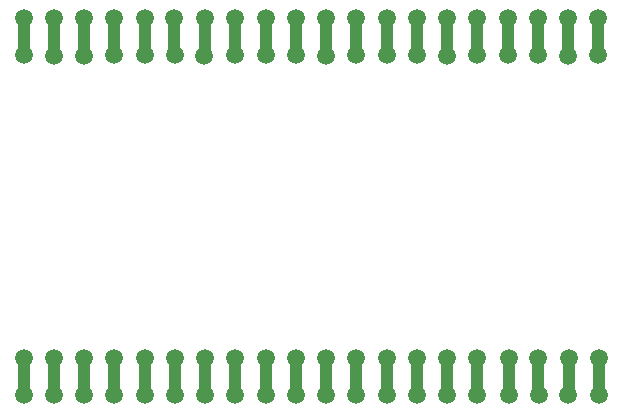
<source format=gbr>
%TF.GenerationSoftware,KiCad,Pcbnew,8.0.2*%
%TF.CreationDate,2024-09-05T16:45:02+09:00*%
%TF.ProjectId,ESP32_PCB,45535033-325f-4504-9342-2e6b69636164,rev?*%
%TF.SameCoordinates,Original*%
%TF.FileFunction,Copper,L2,Bot*%
%TF.FilePolarity,Positive*%
%FSLAX46Y46*%
G04 Gerber Fmt 4.6, Leading zero omitted, Abs format (unit mm)*
G04 Created by KiCad (PCBNEW 8.0.2) date 2024-09-05 16:45:02*
%MOMM*%
%LPD*%
G01*
G04 APERTURE LIST*
%TA.AperFunction,ViaPad*%
%ADD10C,1.500000*%
%TD*%
%TA.AperFunction,Conductor*%
%ADD11C,1.000000*%
%TD*%
G04 APERTURE END LIST*
D10*
%TO.N,*%
X69640000Y-94890000D03*
X74720000Y-91765000D03*
X72180000Y-94910000D03*
X77260000Y-91760000D03*
X77260000Y-94890000D03*
X69640000Y-91770000D03*
X74710000Y-94930000D03*
X72170000Y-91770000D03*
X87490000Y-91750000D03*
X84940000Y-94920000D03*
X97750000Y-91740000D03*
X90130000Y-91750000D03*
X97750000Y-94870000D03*
X95200000Y-94910000D03*
X95210000Y-91745000D03*
X108020000Y-94880000D03*
X105470000Y-94920000D03*
X87490000Y-94880000D03*
X82400000Y-91760000D03*
X92670000Y-94890000D03*
X108020000Y-91750000D03*
X82410000Y-94900000D03*
X100400000Y-91760000D03*
X100400000Y-94880000D03*
X102940000Y-94900000D03*
X79870000Y-94880000D03*
X84950000Y-91755000D03*
X105480000Y-91755000D03*
X79870000Y-91760000D03*
X90130000Y-94870000D03*
X92660000Y-91750000D03*
X102930000Y-91760000D03*
X110670000Y-94870000D03*
X118290000Y-91740000D03*
X118290000Y-94870000D03*
X115740000Y-94910000D03*
X115750000Y-91745000D03*
X110670000Y-91750000D03*
X113210000Y-94890000D03*
X113200000Y-91750000D03*
X69620000Y-66150000D03*
X77240000Y-63020000D03*
X77240000Y-66150000D03*
X74690000Y-66190000D03*
X74700000Y-63025000D03*
X69620000Y-63030000D03*
X72160000Y-66170000D03*
X72150000Y-63030000D03*
X79850000Y-66140000D03*
X87470000Y-63010000D03*
X87470000Y-66140000D03*
X84920000Y-66180000D03*
X84930000Y-63015000D03*
X79850000Y-63020000D03*
X82390000Y-66160000D03*
X82380000Y-63020000D03*
X90110000Y-66130000D03*
X97730000Y-63000000D03*
X97730000Y-66130000D03*
X95180000Y-66170000D03*
X95190000Y-63005000D03*
X90110000Y-63010000D03*
X92650000Y-66150000D03*
X92640000Y-63010000D03*
X100380000Y-66140000D03*
X108000000Y-63010000D03*
X108000000Y-66140000D03*
X105450000Y-66180000D03*
X105460000Y-63015000D03*
X100380000Y-63020000D03*
X102920000Y-66160000D03*
X102910000Y-63020000D03*
X113180000Y-63010000D03*
X110650000Y-63010000D03*
X113190000Y-66150000D03*
X115730000Y-63005000D03*
X115720000Y-66170000D03*
X118270000Y-66130000D03*
X110650000Y-66130000D03*
X118270000Y-63000000D03*
%TD*%
D11*
%TO.N,*%
X84950000Y-91755000D02*
X84960000Y-91745000D01*
X84950000Y-94865000D02*
X84950000Y-91755000D01*
X82400000Y-91760000D02*
X82400000Y-94890000D01*
X87490000Y-94880000D02*
X87490000Y-91750000D01*
X79870000Y-91760000D02*
X79870000Y-94880000D01*
X92660000Y-91750000D02*
X92660000Y-94880000D01*
X90130000Y-91750000D02*
X90130000Y-94870000D01*
X95210000Y-94855000D02*
X95210000Y-91745000D01*
X97750000Y-94870000D02*
X97750000Y-91740000D01*
X95210000Y-91745000D02*
X95220000Y-91735000D01*
X77260000Y-94890000D02*
X77260000Y-91760000D01*
X74720000Y-91765000D02*
X74730000Y-91755000D01*
X69640000Y-91770000D02*
X69640000Y-94890000D01*
X74720000Y-94875000D02*
X74720000Y-91765000D01*
X72170000Y-91770000D02*
X72170000Y-94900000D01*
X100400000Y-91760000D02*
X100400000Y-94880000D01*
X108020000Y-94880000D02*
X108020000Y-91750000D01*
X102930000Y-91760000D02*
X102930000Y-94890000D01*
X105480000Y-94865000D02*
X105480000Y-91755000D01*
X105480000Y-91755000D02*
X105490000Y-91745000D01*
X118290000Y-94870000D02*
X118290000Y-91740000D01*
X115750000Y-91745000D02*
X115760000Y-91735000D01*
X113200000Y-91750000D02*
X113200000Y-94880000D01*
X110670000Y-91750000D02*
X110670000Y-94870000D01*
X115750000Y-94855000D02*
X115750000Y-91745000D01*
X77240000Y-66150000D02*
X77240000Y-63020000D01*
X74700000Y-63025000D02*
X74710000Y-63015000D01*
X72150000Y-63030000D02*
X72150000Y-66160000D01*
X69620000Y-63030000D02*
X69620000Y-66150000D01*
X74700000Y-66135000D02*
X74700000Y-63025000D01*
X87470000Y-66140000D02*
X87470000Y-63010000D01*
X84930000Y-63015000D02*
X84940000Y-63005000D01*
X82380000Y-63020000D02*
X82380000Y-66150000D01*
X79850000Y-63020000D02*
X79850000Y-66140000D01*
X84930000Y-66125000D02*
X84930000Y-63015000D01*
X97730000Y-66130000D02*
X97730000Y-63000000D01*
X95190000Y-63005000D02*
X95200000Y-62995000D01*
X92640000Y-63010000D02*
X92640000Y-66140000D01*
X90110000Y-63010000D02*
X90110000Y-66130000D01*
X95190000Y-66115000D02*
X95190000Y-63005000D01*
X108000000Y-66140000D02*
X108000000Y-63010000D01*
X105460000Y-63015000D02*
X105470000Y-63005000D01*
X102910000Y-63020000D02*
X102910000Y-66150000D01*
X100380000Y-63020000D02*
X100380000Y-66140000D01*
X105460000Y-66125000D02*
X105460000Y-63015000D01*
X113180000Y-66140000D02*
X113190000Y-66150000D01*
X110650000Y-63010000D02*
X110650000Y-66130000D01*
X115720000Y-66170000D02*
X115470000Y-66170000D01*
X115730000Y-66115000D02*
X115730000Y-63005000D01*
X115730000Y-63005000D02*
X115740000Y-62995000D01*
X118270000Y-66130000D02*
X118270000Y-63000000D01*
X115740000Y-66125000D02*
X115730000Y-66115000D01*
X113180000Y-63010000D02*
X113180000Y-66140000D01*
%TD*%
M02*

</source>
